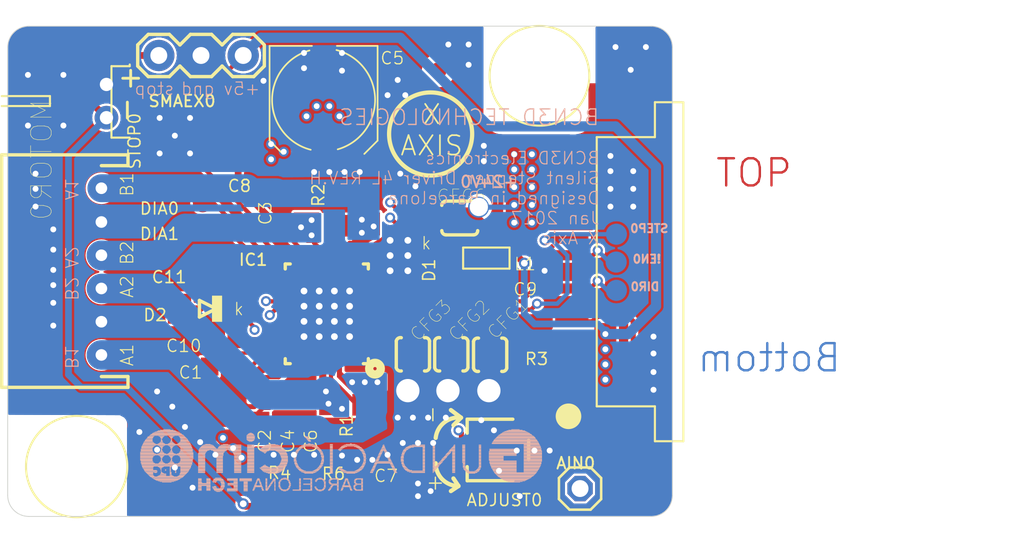
<source format=kicad_pcb>
(kicad_pcb (version 20221018) (generator pcbnew)
  (layers (0 "F.Cu" signal) (1 "In1.Cu" signal) (2 "In2.Cu" signal) (31 "B.Cu" signal) (34 "B.Paste" user) (35 "F.Paste" user) (36 "B.SilkS" user "B.Silkscreen") (37 "F.SilkS" user "F.Silkscreen") (38 "B.Mask" user) (39 "F.Mask" user) (44 "Edge.Cuts" user))
  (net 0 "")
  (net 1 "DIR")
  (net 2 "STEP")
  (net 3 "~{EN}")
  (net 4 "GND")
  (net 5 "+24V")
  (net 6 "A1")
  (net 7 "A2")
  (net 8 "B1")
  (net 9 "B2")
  (net 10 "+5V")
  (net 11 "STOPBF")
  (net 12 "STOP")
  (net 13 "N$1")
  (net 14 "N$2")
  (net 15 "N$3")
  (net 16 "N$4")
  (net 17 "N$6")
  (net 18 "DIAG0")
  (net 19 "DIAG1")
  (net 20 "CFG1")
  (net 21 "CFG2")
  (net 22 "CFG3")
  (net 23 "N$5")
  (net 24 "AIN")
  (net 25 "N$8")
  (net 26 "N$9")
  (net 27 "N$10")
  (net 28 "~{ENJUMP}")
  (footprint "working:JST-6-PTH" (layer "F.Cu") (at 134.1399 106.0376 90)
    (fp_text reference "MOTOR0")
    (fp_text value "")
  )
  (footprint "" (layer "F.Cu") (at 160.5011 93.2536)
    (fp_text reference "@HOLE0" hide)
    (fp_text value "")
  )
  (footprint "working:JST-PH-2-THM-RA" (layer "F.Cu") (at 134.4447 94.76 90)
    (fp_text reference "STOP0")
    (fp_text value "" hide)
  )
  (footprint "working:C0603K" (layer "F.Cu") (at 141.3789 109.0856 180)
    (fp_text reference "C10")
    (fp_text value "470n" hide)
  )
  (footprint "working:PAD-JUMPER-2-NC_BY_TRACE_YES_SILK" (layer "F.Cu") (at 155.7045 101.7958 180)
    (fp_text reference "CFG6")
    (fp_text value "JUMPER-PAD-2-NC_BY_TRACE" hide)
  )
  (footprint "working:C0603K" (layer "F.Cu") (at 146.3319 113.2004 -90)
    (fp_text reference "C6")
    (fp_text value "100n" hide)
  )
  (footprint "working:PAD-JUMPER-2-NO_YES_SILK" (layer "F.Cu") (at 155.1965 110 -90)
    (fp_text reference "CFG2")
    (fp_text value "JUMPER-PAD-2-NOYES_SILK" hide)
  )
  (footprint "working:R0805" (layer "F.Cu") (at 148.3131 101.3132 -90)
    (fp_text reference "R2")
    (fp_text value "0R11" hide)
  )
  (footprint "working:UD-6,3X7,7_NICHICON" (layer "F.Cu") (at 147.5105 94.6892 -90)
    (fp_text reference "C5")
    (fp_text value "100u" hide)
  )
  (footprint "working:C1210" (layer "F.Cu") (at 142.3695 96.4364 90)
    (fp_text reference "C8")
    (fp_text value "4.7u" hide)
  )
  (footprint "working:TE_FFC_CON1MM" (layer "F.Cu") (at 165.2483 105.0292 90)
    (fp_text reference "FFC2")
    (fp_text value "FFC_15V_90G_1MM" hide)
  )
  (footprint "working:R0805" (layer "F.Cu") (at 149.9895 113.9878 90)
    (fp_text reference "R1")
    (fp_text value "0R11" hide)
  )
  (footprint "working:POWERDI323" (layer "F.Cu") (at 154.6377 104.8692 -90)
    (fp_text reference "D1")
    (fp_text value "PD3S160" hide)
  )
  (footprint "" (layer "F.Cu") (at 156.8511 101.1336)
    (fp_text reference "@HOLE2" hide)
    (fp_text value "")
  )
  (footprint "working:MINIMELF" (layer "F.Cu") (at 140.5407 107.2568 180)
    (fp_text reference "D2")
    (fp_text value "")
  )
  (footprint "working:FIDUCIAL_1MM" (layer "F.Cu") (at 130.4315 110.508)
    (fp_text reference "U$3" hide)
    (fp_text value "FIDUCIAL" hide)
  )
  (footprint "working:3223G" (layer "F.Cu") (at 158.0011 115.7536 180)
    (fp_text reference "ADJUST0")
    (fp_text value "20K" hide)
  )
  (footprint "working:C0603K" (layer "F.Cu") (at 144.8625 101.506 90)
    (fp_text reference "C3")
    (fp_text value "100n" hide)
  )
  (footprint "working:C0603K" (layer "F.Cu") (at 141.5313 110.7366 180)
    (fp_text reference "C1")
    (fp_text value "22n" hide)
  )
  (footprint "working:C0805" (layer "F.Cu") (at 141.1503 104.9708 180)
    (fp_text reference "C11")
    (fp_text value "4.7u" hide)
  )
  (footprint "working:TP12R" (layer "F.Cu") (at 140.2359 102.38)
    (fp_text reference "DIA1")
    (fp_text value "PTR1TP12R" hide)
  )
  (footprint "working:R0603" (layer "F.Cu") (at 144.7317 118.128 180)
    (fp_text reference "R4")
    (fp_text value "4.7K" hide)
  )
  (footprint "working:C0603K" (layer "F.Cu") (at 144.9603 113.2004 -90)
    (fp_text reference "C4")
    (fp_text value "100n" hide)
  )
  (footprint "working:R0603" (layer "F.Cu") (at 160.2003 111.9812 -90)
    (fp_text reference "R3")
    (fp_text value "20K" hide)
  )
  (footprint "working:C0603K" (layer "F.Cu") (at 151.1071 118.128)
    (fp_text reference "C7")
    (fp_text value "100n" hide)
  )
  (footprint "working:FIDUCIAL_1MM" (layer "F.Cu") (at 166.1947 118.0772)
    (fp_text reference "U$2" hide)
    (fp_text value "FIDUCIAL" hide)
  )
  (footprint "working:R0603" (layer "F.Cu") (at 147.9829 118.128)
    (fp_text reference "R6")
    (fp_text value "1K" hide)
  )
  (footprint "working:TP12R" (layer "F.Cu") (at 140.2359 100.856)
    (fp_text reference "DIA0")
    (fp_text value "PTR1TP12R" hide)
  )
  (footprint "working:C0603K" (layer "F.Cu") (at 143.5633 113.2004 -90)
    (fp_text reference "C2")
    (fp_text value "100n" hide)
  )
  (footprint "working:TMC_QFN36_0.5_5.0X6.0" (layer "F.Cu") (at 147.7035 107.5616 90)
    (fp_text reference "IC1")
    (fp_text value " TMC2130-LA " hide)
  )
  (footprint "working:1X01" (layer "F.Cu") (at 162.9435 118.0772 90)
    (fp_text reference "AIN0")
    (fp_text value "")
  )
  (footprint "working:PAD-JUMPER-2-NO_YES_SILK" (layer "F.Cu") (at 152.8851 110 -90)
    (fp_text reference "CFG3")
    (fp_text value "JUMPER-PAD-2-NOYES_SILK" hide)
  )
  (footprint "working:C0603K" (layer "F.Cu") (at 157.3047 105.5804)
    (fp_text reference "C9")
    (fp_text value "100n" hide)
  )
  (footprint "working:FIDUCIAL_1MM" (layer "F.Cu") (at 154.4091 92.9312)
    (fp_text reference "U$4" hide)
    (fp_text value "FIDUCIAL" hide)
  )
  (footprint "working:L0603" (layer "F.Cu") (at 157.3047 104.2088)
    (fp_text reference "L1")
    (fp_text value "")
  )
  (footprint "working:1X03" (layer "F.Cu") (at 142.6743 92.0168 180)
    (fp_text reference "SMAEX0")
    (fp_text value "")
  )
  (footprint "" (layer "F.Cu") (at 132.6511 116.7536)
    (fp_text reference "@HOLE1" hide)
    (fp_text value "")
  )
  (footprint "working:PAD-JUMPER-2-NO_YES_SILK" (layer "F.Cu") (at 157.5333 110.0254 -90)
    (fp_text reference "CFG1")
    (fp_text value "JUMPER-PAD-2-NOYES_SILK" hide)
  )
  (footprint "working:FCIM_LOGO" (layer "B.Cu") (at 162.4863 121.8872 180)
    (fp_text reference "U$5" hide)
    (fp_text value "" hide)
  )
  (footprint "working:B1,27" (layer "B.Cu") (at 156.8369 101.1468 -90)
    (fp_text reference "+24V0")
    (fp_text value "TPB1,27" hide)
  )
  (footprint "working:B1,27" (layer "B.Cu") (at 165.1305 102.7724 -90)
    (fp_text reference "STEP0")
    (fp_text value "TPB1,27" hide)
  )
  (footprint "working:B1,27" (layer "B.Cu") (at 165.1315 106.1506 -90)
    (fp_text reference "DIR0")
    (fp_text value "TPB1,27" hide)
  )
  (footprint "working:B1,27" (layer "B.Cu") (at 165.1183 104.4488 -90)
    (fp_text reference "!EN0")
    (fp_text value "TPB1,27" hide)
  )
  (gr_circle (center 132.6511 116.7536) (end 135.6991 116.7536) (stroke (width 0.127)) (fill none) (layer "F.SilkS"))
  (gr_line (start 155.6283 117.9248) (end 155.1711 118.2296) (stroke (width 0.254)) (layer "F.SilkS"))
  (gr_circle (center 153.9519 96.7412) (end 156.4519 96.7412) (stroke (width 0.254)) (fill none) (layer "F.SilkS"))
  (gr_arc (start 155.6283 117.9248) (mid 154.658432 117.523068) (end 154.2567 116.5532) (stroke (width 0.254)) (layer "F.SilkS"))
  (gr_line (start 155.7807 113.81) (end 155.1711 113.3528) (stroke (width 0.254)) (layer "F.SilkS"))
  (gr_line (start 155.7807 113.81) (end 155.3235 114.2672) (stroke (width 0.254)) (layer "F.SilkS"))
  (gr_arc (start 154.2567 115.0292) (mid 154.766195 114.103969) (end 155.7807 113.81) (stroke (width 0.254)) (layer "F.SilkS"))
  (gr_circle (center 160.5011 93.2392) (end 163.5011 93.2392) (stroke (width 0.127)) (fill none) (layer "F.SilkS"))
  (gr_line (start 155.6283 117.9248) (end 155.3235 117.4676) (stroke (width 0.254)) (layer "F.SilkS"))
  (gr_line (start 129.7711 90.2536) (end 167.2311 90.2536) (stroke (width 0.05)) (layer "Edge.Cuts"))
  (gr_line (start 168.5011 91.5236) (end 168.5011 118.4836) (stroke (width 0.05)) (layer "Edge.Cuts"))
  (gr_arc (start 167.2311 90.2536) (mid 168.129126 90.625574) (end 168.5011 91.5236) (stroke (width 0.05)) (layer "Edge.Cuts"))
  (gr_arc (start 128.5011 91.5236) (mid 128.873074 90.625574) (end 129.7711 90.2536) (stroke (width 0.05)) (layer "Edge.Cuts"))
  (gr_line (start 128.5011 118.4836) (end 128.5011 91.5236) (stroke (width 0.05)) (layer "Edge.Cuts"))
  (gr_arc (start 129.7711 119.7536) (mid 128.873074 119.381626) (end 128.5011 118.4836) (stroke (width 0.05)) (layer "Edge.Cuts"))
  (gr_line (start 167.2311 119.7536) (end 129.7711 119.7536) (stroke (width 0.05)) (layer "Edge.Cuts"))
  (gr_arc (start 168.5011 118.4836) (mid 168.129126 119.381626) (end 167.2311 119.7536) (stroke (width 0.05)) (layer "Edge.Cuts"))
  (gr_text "TOP" (at 171.0207 100.0432) (layer "F.Cu") (effects (font (size 1.63576 1.63576) (thickness 0.14224)) (justify left bottom)))
  (gr_text "Bottom" (at 178.7423 111.1684) (layer "B.Cu") (effects (font (size 1.63576 1.63576) (thickness 0.14224)) (justify left bottom mirror)))
  (gr_text "stop" (at 138.5595 94.4552) (layer "B.SilkS") (effects (font (size 0.747776 0.747776) (thickness 0.065024)) (justify left bottom mirror)))
  (gr_text "B1" (at 132.7683 109.3904 -90) (layer "B.SilkS") (effects (font (size 0.747776 0.747776) (thickness 0.065024)) (justify right top mirror)))
  (gr_text "A1" (at 132.7683 99.332 -90) (layer "B.SilkS") (effects (font (size 0.747776 0.747776) (thickness 0.065024)) (justify right top mirror)))
  (gr_text "BCN3D TECHNOLOGIES" (at 164.1627 96.284) (layer "B.SilkS") (effects (font (size 0.93472 0.93472) (thickness 0.08128)) (justify left bottom mirror)))
  (gr_text "gnd" (at 140.9979 94.4552) (layer "B.SilkS") (effects (font (size 0.747776 0.747776) (thickness 0.065024)) (justify left bottom mirror)))
  (gr_text "+5v" (at 143.7411 94.4552) (layer "B.SilkS") (effects (font (size 0.747776 0.747776) (thickness 0.065024)) (justify left bottom mirror)))
  (gr_text "B2" (at 132.7683 105.2756 -90) (layer "B.SilkS") (effects (font (size 0.747776 0.747776) (thickness 0.065024)) (justify right top mirror)))
  (gr_text "BCN3D Electronics \nSilent Stepper Driver 4L REV.H\nDesigned in Barcelona \nJan 2017\nX Axis\n" (at 164.1627 103.4468) (layer "B.SilkS") (effects (font (size 0.747776 0.747776) (thickness 0.065024)) (justify left bottom mirror)))
  (gr_text "A2" (at 132.7683 103.4468 -90) (layer "B.SilkS") (effects (font (size 0.747776 0.747776) (thickness 0.065024)) (justify right top mirror)))
  (gr_text "B2" (at 136.1211 104.666 90) (layer "F.SilkS") (effects (font (size 0.747776 0.747776) (thickness 0.065024)) (justify left bottom)))
  (gr_text "k" (at 153.3423 103.7516) (layer "F.SilkS") (effects (font (size 0.747776 0.747776) (thickness 0.065024)) (justify left bottom)))
  (gr_text "A1" (at 136.1211 110.762 90) (layer "F.SilkS") (effects (font (size 0.747776 0.747776) (thickness 0.065024)) (justify left bottom)))
  (gr_text "-" (at 154.5615 114.2672 90) (layer "F.SilkS") (effects (font (size 0.93472 0.93472) (thickness 0.08128)) (justify left bottom)))
  (gr_text "k" (at 142.0647 107.714) (layer "F.SilkS") (effects (font (size 0.747776 0.747776) (thickness 0.065024)) (justify left bottom)))
  (gr_text "A2" (at 136.1211 106.6472 90) (layer "F.SilkS") (effects (font (size 0.747776 0.747776) (thickness 0.065024)) (justify left bottom)))
  (gr_text "X\nAXIS" (at 154.0121 96.5032) (layer "F.SilkS") (effects (font (size 1.1684 1.1684) (thickness 0.1016))))
  (gr_text "+" (at 154.7139 118.382 90) (layer "F.SilkS") (effects (font (size 0.93472 0.93472) (thickness 0.08128)) (justify left bottom)))
  (gr_text "B1" (at 136.1211 100.5512 90) (layer "F.SilkS") (effects (font (size 0.747776 0.747776) (thickness 0.065024)) (justify left bottom)))
  (segment (start 160.1987 106.0392) (end 162.4483 106.0392) (width 0.254) (layer "F.Cu") (net 1))
  (segment (start 162.4483 106.0392) (end 163.5515 106.0392) (width 0.254) (layer "F.Cu") (net 1))
  (segment (start 150.1535 106.8116) (end 159.4263 106.8116) (width 0.254) (layer "F.Cu") (net 1))
  (segment (start 159.4263 106.8116) (end 160.1987 106.0392) (width 0.254) (layer "F.Cu") (net 1))
  (segment (start 163.5515 106.0392) (end 164.0103 105.5804) (width 0.254) (layer "F.Cu") (net 1))
  (via (at 164.0103 105.5804) (size 0.6056) (drill 0.3556) (layers "F.Cu" "B.Cu") (net 1))
  (segment (start 164.0103 105.5804) (end 164.5805 106.1506) (width 0.254) (layer "B.Cu") (net 1))
  (segment (start 164.5805 106.1506) (end 165.1315 106.1506) (width 0.254) (layer "B.Cu") (net 1))
  (segment (start 162.4483 103.0392) (end 160.9127 103.0392) (width 0.254) (layer "F.Cu") (net 2))
  (segment (start 160.9127 103.0392) (end 160.8099 103.142) (width 0.254) (layer "F.Cu") (net 2))
  (segment (start 159.9931 107.3116) (end 160.3527 106.952) (width 0.254) (layer "F.Cu") (net 2))
  (segment (start 150.1535 107.3116) (end 159.9931 107.3116) (width 0.254) (layer "F.Cu") (net 2))
  (via (at 160.8099 103.142) (size 0.6056) (drill 0.3556) (layers "F.Cu" "B.Cu") (net 2))
  (via (at 160.3527 106.952) (size 0.600518) (drill 0.350518) (layers "F.Cu" "B.Cu") (net 2))
  (segment (start 161.1795 102.7724) (end 165.1305 102.7724) (width 0.254) (layer "B.Cu") (net 2))
  (segment (start 161.5719 106.952) (end 160.3527 106.952) (width 0.254) (layer "B.Cu") (net 2))
  (segment (start 160.8099 103.142) (end 161.1795 102.7724) (width 0.254) (layer "B.Cu") (net 2))
  (segment (start 162.1815 104.0564) (end 161.2671 103.142) (width 0.254) (layer "B.Cu") (net 2))
  (segment (start 162.1815 106.3424) (end 161.5719 106.952) (width 0.254) (layer "B.Cu") (net 2))
  (segment (start 161.2671 103.142) (end 160.8099 103.142) (width 0.254) (layer "B.Cu") (net 2))
  (segment (start 162.1815 104.0564) (end 162.1815 106.3424) (width 0.254) (layer "B.Cu") (net 2))
  (segment (start 162.4311 104.0564) (end 162.4483 104.0392) (width 0.3556) (layer "F.Cu") (net 3))
  (segment (start 163.7055 104.0564) (end 164.0103 103.7516) (width 0.254) (layer "F.Cu") (net 3))
  (segment (start 158.2191 103.142) (end 156.8729 101.7958) (width 0.3048) (layer "F.Cu") (net 3))
  (segment (start 162.4655 104.0564) (end 163.7055 104.0564) (width 0.254) (layer "F.Cu") (net 3))
  (segment (start 160.3527 104.0564) (end 159.2859 103.142) (width 0.3048) (layer "F.Cu") (net 3))
  (segment (start 162.4311 104.0564) (end 160.3527 104.0564) (width 0.3048) (layer "F.Cu") (net 3))
  (segment (start 156.8729 101.7958) (end 156.2125 101.7958) (width 0.3048) (layer "F.Cu") (net 3))
  (segment (start 159.2859 103.142) (end 158.2191 103.142) (width 0.3048) (layer "F.Cu") (net 3))
  (segment (start 162.4655 104.0564) (end 162.4483 104.0392) (width 0.3556) (layer "F.Cu") (net 3))
  (via (at 164.0103 103.7516) (size 0.6056) (drill 0.3556) (layers "F.Cu" "B.Cu") (net 3))
  (segment (start 164.7075 104.4488) (end 165.1183 104.4488) (width 0.254) (layer "B.Cu") (net 3))
  (segment (start 164.0103 103.7516) (end 164.7075 104.4488) (width 0.254) (layer "B.Cu") (net 3))
  (segment (start 145.9535 104.6116) (end 145.9535 105.202) (width 0.254) (layer "F.Cu") (net 4))
  (segment (start 149.2823 107.8116) (end 149.0751 108.0188) (width 0.254) (layer "F.Cu") (net 4))
  (segment (start 146.1795 105.428) (end 146.1795 106.0376) (width 0.254) (layer "F.Cu") (net 4))
  (segment (start 150.1535 107.8116) (end 149.2823 107.8116) (width 0.254) (layer "F.Cu") (net 4))
  (segment (start 146.1795 106.0376) (end 146.3319 106.19) (width 0.254) (layer "F.Cu") (net 4))
  (segment (start 149.4535 109.3116) (end 149.0751 108.9332) (width 0.254) (layer "F.Cu") (net 4))
  (segment (start 148.9535 110.5116) (end 149.4535 110.5116) (width 0.254) (layer "F.Cu") (net 4))
  (segment (start 146.1247 107.8116) (end 146.3319 108.0188) (width 0.254) (layer "F.Cu") (net 4))
  (segment (start 145.9535 105.202) (end 146.1795 105.428) (width 0.254) (layer "F.Cu") (net 4))
  (segment (start 149.4535 110.5116) (end 149.4535 109.3116) (width 0.254) (layer "F.Cu") (net 4))
  (segment (start 145.2535 107.8116) (end 146.1247 107.8116) (width 0.254) (layer "F.Cu") (net 4))
  (via (at 149.6847 99.0272) (size 0.6056) (drill 0.3556) (layers "F.Cu" "B.Cu") (net 4))
  (via (at 148.1607 108.9332) (size 0.6564) (drill 0.4064) (layers "F.Cu" "B.Cu") (net 4))
  (via (at 148.1607 107.1044) (size 0.6564) (drill 0.4064) (layers "F.Cu" "B.Cu") (net 4))
  (via (at 151.5135 104.0564) (size 0.6564) (drill 0.4064) (layers "F.Cu" "B.Cu") (net 4))
  (via (at 159.1335 115.7912) (size 0.6056) (drill 0.3556) (layers "F.Cu" "B.Cu") (net 4))
  (via (at 152.5803 104.9708) (size 0.6564) (drill 0.4064) (layers "F.Cu" "B.Cu") (net 4))
  (via (at 131.2443 105.8344) (size 0.6056) (drill 0.3556) (layers "F.Cu" "B.Cu") (net 4))
  (via (at 138.4071 113.1496) (size 0.6056) (drill 0.3556) (layers "F.Cu" "B.Cu") (net 4))
  (via (at 154.1043 115.334) (size 0.6056) (drill 0.3556) (layers "F.Cu" "B.Cu") (net 4))
  (via (at 152.5803 112.1844) (size 1.4224) (drill 1.4) (layers "F.Cu" "B.Cu") (net 4))
  (via (at 157.1523 98.3668) (size 0.6056) (drill 0.3556) (layers "F.Cu" "B.Cu") (net 4))
  (via (at 146.3319 91.8644) (size 0.6056) (drill 0.3556) (layers "F.Cu" "B.Cu") (net 4))
  (via (at 160.8099 104.9708) (size 0.6056) (drill 0.3556) (layers "F.Cu" "B.Cu") (net 4))
  (via (at 147.8559 99.0272) (size 0.6056) (drill 0.3556) (layers "F.Cu" "B.Cu") (net 4))
  (via (at 146.9415 99.0272) (size 0.6056) (drill 0.3556) (layers "F.Cu" "B.Cu") (net 4))
  (via (at 152.2755 115.334) (size 0.6056) (drill 0.3556) (layers "F.Cu" "B.Cu") (net 4))
  (via (at 151.9707 113.81) (size 0.6056) (drill 0.3556) (layers "F.Cu" "B.Cu") (net 4))
  (via (at 149.5323 116.35) (size 0.6056) (drill 0.3556) (layers "F.Cu" "B.Cu") (net 4))
  (via (at 159.3113 118.5344) (size 0.6056) (drill 0.3556) (layers "F.Cu" "B.Cu") (net 4))
  (via (at 152.4279 94.4044) (size 0.6056) (drill 0.3556) (layers "F.Cu" "B.Cu") (net 4))
  (via (at 155.0187 91.3564) (size 0.6056) (drill 0.3556) (layers "F.Cu" "B.Cu") (net 4))
  (via (at 149.0751 107.1044) (size 0.6564) (drill 0.4064) (layers "F.Cu" "B.Cu") (net 4))
  (via (at 153.1899 118.5344) (size 0.600518) (drill 0.350518) (layers "F.Cu" "B.Cu") (net 4))
  (via (at 131.2443 106.9012) (size 0.6056) (drill 0.3556) (layers "F.Cu" "B.Cu") (net 4))
  (via (at 151.5135 104.9708) (size 0.6564) (drill 0.4064) (layers "F.Cu" "B.Cu") (net 4))
  (via (at 161.1147 115.7912) (size 0.6056) (drill 0.3556) (layers "F.Cu" "B.Cu") (net 4))
  (via (at 137.4927 112.2352) (size 0.6056) (drill 0.3556) (layers "F.Cu" "B.Cu") (net 4))
  (via (at 129.7203 96.2332) (size 0.6056) (drill 0.3556) (layers "F.Cu" "B.Cu") (net 4))
  (via (at 153.7995 113.81) (size 0.6056) (drill 0.3556) (layers "F.Cu" "B.Cu") (net 4))
  (via (at 140.9979 116.0452) (size 0.6056) (drill 0.3556) (layers "F.Cu" "B.Cu") (net 4))
  (via (at 154.9933 112.1844) (size 1.4224) (drill 1.4) (layers "F.Cu" "B.Cu") (net 4))
  (via (at 149.0751 108.9332) (size 0.6564) (drill 0.4064) (layers "F.Cu" "B.Cu") (net 4))
  (via (at 147.2463 108.0188) (size 0.6564) (drill 0.4064) (layers "F.Cu" "B.Cu") (net 4))
  (via (at 156.9999 113.9624) (size 0.6056) (drill 0.3556) (layers "F.Cu" "B.Cu") (net 4))
  (via (at 146.9415 116.0452) (size 0.6056) (drill 0.3556) (layers "F.Cu" "B.Cu") (net 4))
  (via (at 149.0751 106.19) (size 0.6564) (drill 0.4064) (layers "F.Cu" "B.Cu") (net 4))
  (via (at 148.6179 92.9312) (size 0.6056) (drill 0.3556) (layers "F.Cu" "B.Cu") (net 4))
  (via (at 147.2463 107.1044) (size 0.6564) (drill 0.4064) (layers "F.Cu" "B.Cu") (net 4))
  (via (at 151.3611 116.0452) (size 0.6056) (drill 0.3556) (layers "F.Cu" "B.Cu") (net 4))
  (via (at 164.7723 101.11) (size 0.6056) (drill 0.3556) (layers "F.Cu" "B.Cu") (net 4))
  (via (at 167.3631 112.1336) (size 0.6056) (drill 0.3556) (layers "F.Cu" "B.Cu") (net 4))
  (via (at 153.9519 118.2296) (size 0.600518) (drill 0.350518) (layers "F.Cu" "B.Cu") (net 4))
  (via (at 144.5031 116.0452) (size 0.6056) (drill 0.3556) (layers "F.Cu" "B.Cu") (net 4))
  (via (at 151.3611 94.4044) (size 0.6056) (drill 0.3556) (layers "F.Cu" "B.Cu") (net 4))
  (via (at 164.7723 98.062) (size 0.6056) (drill 0.3556) (layers "F.Cu" "B.Cu") (net 4))
  (via (at 156.2379 91.3564) (size 0.6056) (drill 0.3556) (layers "F.Cu" "B.Cu") (net 4))
  (via (at 131.8539 93.1852) (size 0.6056) (drill 0.3556) (layers "F.Cu" "B.Cu") (net 4))
  (via (at 167.3631 109.9492) (size 0.6056) (drill 0.3556) (layers "F.Cu" "B.Cu") (net 4))
  (via (at 139.6263 118.0264) (size 0.6056) (drill 0.3556) (layers "F.Cu" "B.Cu") (net 4))
  (via (at 146.3319 92.7788) (size 0.6056) (drill 0.3556) (layers "F.Cu" "B.Cu") (net 4))
  (via (at 152.5803 103.142) (size 0.6564) (drill 0.4064) (layers "F.Cu" "B.Cu") (net 4))
  (via (at 131.8539 96.2332) (size 0.6056) (drill 0.3556) (layers "F.Cu" "B.Cu") (net 4))
  (via (at 143.8935 93.5408) (size 0.6056) (drill 0.3556) (layers "F.Cu" "B.Cu") (net 4))
  (via (at 148.7703 99.0272) (size 0.6056) (drill 0.3556) (layers "F.Cu" "B.Cu") (net 4))
  (via (at 138.5595 96.8428) (size 0.6056) (drill 0.3556) (layers "F.Cu" "B.Cu") (net 4))
  (via (at 167.3631 111.0668) (size 0.6056) (drill 0.3556) (layers "F.Cu" "B.Cu") (net 4))
  (via (at 148.1607 106.19) (size 0.6564) (drill 0.4064) (layers "F.Cu" "B.Cu") (net 4))
  (via (at 148.1607 108.0188) (size 0.6564) (drill 0.4064) (layers "F.Cu" "B.Cu") (net 4))
  (via (at 130.1775 100.0432) (size 0.6056) (drill 0.3556) (layers "F.Cu" "B.Cu") (net 4))
  (via (at 157.1523 97.4524) (size 0.6056) (drill 0.3556) (layers "F.Cu" "B.Cu") (net 4))
  (via (at 153.1899 115.334) (size 0.6056) (drill 0.3556) (layers "F.Cu" "B.Cu") (net 4))
  (via (at 165.9915 92.8804) (size 0.6056) (drill 0.3556) (layers "F.Cu" "B.Cu") (net 4))
  (via (at 139.1691 114.3688) (size 0.6056) (drill 0.3556) (layers "F.Cu" "B.Cu") (net 4))
  (via (at 164.7723 98.9764) (size 0.6056) (drill 0.3556) (layers "F.Cu" "B.Cu") (net 4))
  (via (at 166.9059 91.5088) (size 0.6056) (drill 0.3556) (layers "F.Cu" "B.Cu") (net 4))
  (via (at 148.6179 116.096) (size 0.6056) (drill 0.3556) (layers "F.Cu" "B.Cu") (net 4))
  (via (at 146.3319 107.1044) (size 0.6564) (drill 0.4064) (layers "F.Cu" "B.Cu") (net 4))
  (via (at 131.2443 104.92) (size 0.6056) (drill 0.3556) (layers "F.Cu" "B.Cu") (net 4))
  (via (at 164.7723 100.0432) (size 0.6056) (drill 0.3556) (layers "F.Cu" "B.Cu") (net 4))
  (via (at 151.9707 93.49) (size 0.6056) (drill 0.3556) (layers "F.Cu" "B.Cu") (net 4))
  (via (at 146.3319 106.19) (size 0.6564) (drill 0.4064) (layers "F.Cu" "B.Cu") (net 4))
  (via (at 158.0667 117.0104) (size 0.6056) (drill 0.3556) (layers "F.Cu" "B.Cu") (net 4))
  (via (at 167.3631 108.9332) (size 0.6056) (drill 0.3556) (layers "F.Cu" "B.Cu") (net 4))
  (via (at 166.1439 100.0432) (size 0.6056) (drill 0.3556) (layers "F.Cu" "B.Cu") (net 4))
  (via (at 131.2443 108.2728) (size 0.6056) (drill 0.3556) (layers "F.Cu" "B.Cu") (net 4))
  (via (at 140.0835 115.2832) (size 0.6056) (drill 0.3556) (layers "F.Cu" "B.Cu") (net 4))
  (via (at 154.8663 113.81) (size 0.6056) (drill 0.3556) (layers "F.Cu" "B.Cu") (net 4))
  (via (at 146.3319 108.9332) (size 0.6564) (drill 0.4064) (layers "F.Cu" "B.Cu") (net 4))
  (via (at 138.5595 116.8072) (size 0.6056) (drill 0.3556) (layers "F.Cu" "B.Cu") (net 4))
  (via (at 146.3319 108.0188) (size 0.6564) (drill 0.4064) (layers "F.Cu" "B.Cu") (net 4))
  (via (at 145.7223 116.0452) (size 0.6056) (drill 0.3556) (layers "F.Cu" "B.Cu") (net 4))
  (via (at 130.1775 99.1288) (size 0.6056) (drill 0.3556) (layers "F.Cu" "B.Cu") (net 4))
  (via (at 148.6179 91.8644) (size 0.6056) (drill 0.3556) (layers "F.Cu" "B.Cu") (net 4))
  (via (at 149.0751 108.0188) (size 0.6564) (drill 0.4064) (layers "F.Cu" "B.Cu") (net 4))
  (via (at 137.6451 97.9096) (size 0.6056) (drill 0.3556) (layers "F.Cu" "B.Cu") (net 4))
  (via (at 152.1231 99.1288) (size 0.6056) (drill 0.3556) (layers "F.Cu" "B.Cu") (net 4))
  (via (at 129.7203 93.1852) (size 0.6056) (drill 0.3556) (layers "F.Cu" "B.Cu") (net 4))
  (via (at 139.4739 97.9096) (size 0.6056) (drill 0.3556) (layers "F.Cu" "B.Cu") (net 4))
  (via (at 139.4739 95.776) (size 0.6056) (drill 0.3556) (layers "F.Cu" "B.Cu") (net 4))
  (via (at 151.5135 103.142) (size 0.6564) (drill 0.4064) (layers "F.Cu" "B.Cu") (net 4))
  (via (at 152.5803 104.0564) (size 0.6564) (drill 0.4064) (layers "F.Cu" "B.Cu") (net 4))
  (via (at 157.7619 114.572) (size 0.6056) (drill 0.3556) (layers "F.Cu" "B.Cu") (net 4))
  (via (at 137.4927 115.7404) (size 0.6056) (drill 0.3556) (layers "F.Cu" "B.Cu") (net 4))
  (via (at 160.2003 115.7912) (size 0.6056) (drill 0.3556) (layers "F.Cu" "B.Cu") (net 4))
  (via (at 136.4259 114.6736) (size 0.6056) (drill 0.3556) (layers "F.Cu" "B.Cu") (net 4))
  (via (at 131.2443 103.7008) (size 0.6056) (drill 0.3556) (layers "F.Cu" "B.Cu") (net 4))
  (via (at 152.8851 113.81) (size 0.6056) (drill 0.3556) (layers "F.Cu" "B.Cu") (net 4))
  (via (at 166.1439 101.11) (size 0.6056) (drill 0.3556) (layers "F.Cu" "B.Cu") (net 4))
  (via (at 153.0375 99.8908) (size 0.6056) (drill 0.3556) (layers "F.Cu" "B.Cu") (net 4))
  (via (at 150.4467 116.35) (size 0.6056) (drill 0.3556) (layers "F.Cu" "B.Cu") (net 4))
  (via (at 153.1899 117.7724) (size 0.600518) (drill 0.350518) (layers "F.Cu" "B.Cu") (net 4))
  (via (at 147.2463 106.19) (size 0.6564) (drill 0.4064) (layers "F.Cu" "B.Cu") (net 4))
  (via (at 147.2463 108.9332) (size 0.6564) (drill 0.4064) (layers "F.Cu" "B.Cu") (net 4))
  (via (at 157.4571 112.1844) (size 1.4224) (drill 1.4) (layers "F.Cu" "B.Cu") (net 4))
  (via (at 137.6451 95.776) (size 0.6056) (drill 0.3556) (layers "F.Cu" "B.Cu") (net 4))
  (via (at 166.1439 98.9764) (size 0.6056) (drill 0.3556) (layers "F.Cu" "B.Cu") (net 4))
  (via (at 131.2443 102.4816) (size 0.6056) (drill 0.3556) (layers "F.Cu" "B.Cu") (net 4))
  (via (at 130.1775 101.11) (size 0.6056) (drill 0.3556) (layers "F.Cu" "B.Cu") (net 4))
  (via (at 156.2379 92.5756) (size 0.6056) (drill 0.3556) (layers "F.Cu" "B.Cu") (net 4))
  (via (at 165.0771 91.5088) (size 0.6056) (drill 0.3556) (layers "F.Cu" "B.Cu") (net 4))
  (segment (start 143.5887 114.05) (end 143.5633 114.0754) (width 0.254) (layer "F.Cu") (net 5))
  (segment (start 146.7891 103.904) (end 146.6367 103.904) (width 0.254) (layer "F.Cu") (net 5))
  (segment (start 146.9535 104.0684) (end 146.7891 103.904) (width 0.254) (layer "F.Cu") (net 5))
  (segment (start 146.6367 103.904) (end 146.3319 103.5992) (width 0.254) (layer "F.Cu") (net 5))
  (segment (start 146.3319 103.5992) (end 146.0807 103.5992) (width 0.254) (layer "F.Cu") (net 5))
  (segment (start 143.5887 113.5052) (end 143.5887 114.05) (width 0.254) (layer "F.Cu") (net 5))
  (segment (start 145.1127 112.173) (end 144.9603 112.3254) (width 0.254) (layer "F.Cu") (net 5))
  (segment (start 146.9535 111.7038) (end 146.3319 112.3254) (width 0.254) (layer "F.Cu") (net 5))
  (segment (start 142.3695 99.888) (end 142.3695 97.8364) (width 0.4064) (layer "F.Cu") (net 5))
  (segment (start 144.9603 112.5146) (end 144.2491 113.2258) (width 0.254) (layer "F.Cu") (net 5))
  (segment (start 146.0807 103.5992) (end 144.8625 102.381) (width 0.254) (layer "F.Cu") (net 5))
  (segment (start 144.2491 113.2258) (end 143.8681 113.2258) (width 0.254) (layer "F.Cu") (net 5))
  (segment (start 146.4535 110.5116) (end 146.4535 111.0976) (width 0.254) (layer "F.Cu") (net 5))
  (segment (start 146.1795 111.3716) (end 145.5699 111.3716) (width 0.254) (layer "F.Cu") (net 5))
  (segment (start 143.8681 113.2258) (end 143.5887 113.5052) (width 0.254) (layer "F.Cu") (net 5))
  (segment (start 146.4535 111.0976) (end 146.1795 111.3716) (width 0.254) (layer "F.Cu") (net 5))
  (segment (start 146.9535 110.5116) (end 146.9535 111.7038) (width 0.254) (layer "F.Cu") (net 5))
  (segment (start 144.8625 102.381) (end 142.3695 99.888) (width 0.4064) (layer "F.Cu") (net 5))
  (segment (start 145.5699 111.3716) (end 145.1127 111.8288) (width 0.254) (layer "F.Cu") (net 5))
  (segment (start 145.1127 111.8288) (end 145.1127 112.173) (width 0.254) (layer "F.Cu") (net 5))
  (segment (start 146.9535 104.6116) (end 146.9535 104.0684) (width 0.254) (layer "F.Cu") (net 5))
  (segment (start 144.9603 112.3254) (end 144.9603 112.5146) (width 0.254) (layer "F.Cu") (net 5))
  (via (at 145.1127 97.808) (size 0.600518) (drill 0.350518) (layers "F.Cu" "B.Cu") (net 5))
  (via (at 160.0479 102.0752) (size 0.6056) (drill 0.3556) (layers "F.Cu" "B.Cu") (net 5))
  (via (at 147.8559 95.0648) (size 0.600518) (drill 0.350518) (layers "F.Cu" "B.Cu") (net 5))
  (via (at 144.3507 98.2652) (size 0.600518) (drill 0.350518) (layers "F.Cu" "B.Cu") (net 5))
  (via (at 158.9811 97.9604) (size 0.4064) (drill 0.3556) (layers "F.Cu" "B.Cu") (net 5))
  (via (at 158.9811 102.0752) (size 0.6056) (drill 0.3556) (layers "F.Cu" "B.Cu") (net 5))
  (via (at 160.0479 97.9604) (size 0.6056) (drill 0.3556) (layers "F.Cu" "B.Cu") (net 5))
  (via (at 142.0647 115.6388) (size 0.600518) (drill 0.350518) (layers "F.Cu" "B.Cu") (net 5))
  (via (at 147.0939 95.0648) (size 0.600518) (drill 0.350518) (layers "F.Cu" "B.Cu") (net 5))
  (via (at 141.4551 115.0292) (size 0.600518) (drill 0.350518) (layers "F.Cu" "B.Cu") (net 5))
  (via (at 160.0479 101.0084) (size 0.6056) (drill 0.3556) (layers "F.Cu" "B.Cu") (net 5))
  (via (at 146.4843 95.6744) (size 0.600518) (drill 0.350518) (layers "F.Cu" "B.Cu") (net 5))
  (via (at 142.5727 116.223) (size 0.600518) (drill 0.350518) (layers "F.Cu" "B.Cu") (net 5))
  (via (at 158.9811 99.9416) (size 0.6056) (drill 0.3556) (layers "F.Cu" "B.Cu") (net 5))
  (via (at 160.0479 99.9416) (size 0.6056) (drill 0.3556) (layers "F.Cu" "B.Cu") (net 5))
  (via (at 158.9811 98.8748) (size 0.6056) (drill 0.3556) (layers "F.Cu" "B.Cu") (net 5))
  (via (at 148.4655 95.6744) (size 0.600518) (drill 0.350518) (layers "F.Cu" "B.Cu") (net 5))
  (via (at 158.9811 101.0084) (size 0.6056) (drill 0.3556) (layers "F.Cu" "B.Cu") (net 5))
  (via (at 144.3507 97.3508) (size 0.600518) (drill 0.350518) (layers "F.Cu" "B.Cu") (net 5))
  (via (at 160.0479 98.8748) (size 0.6056) (drill 0.3556) (layers "F.Cu" "B.Cu") (net 5))
  (segment (start 156.8369 101.1468) (end 158.8427 101.1468) (width 0.3048) (layer "B.Cu") (net 5))
  (segment (start 158.8427 101.1468) (end 158.9811 101.0084) (width 0.3048) (layer "B.Cu") (net 5))
  (via (at 149.9895 111.6764) (size 0.600518) (drill 0.350518) (layers "F.Cu" "B.Cu") (net 6))
  (via (at 150.7515 111.6764) (size 0.600518) (drill 0.350518) (layers "F.Cu" "B.Cu") (net 6))
  (via (at 149.2275 111.6764) (size 0.600518) (drill 0.350518) (layers "F.Cu" "B.Cu") (net 6))
  (segment (start 143.1315 114.572) (end 147.0939 114.572) (width 1.778) (layer "B.Cu") (net 6))
  (segment (start 134.1399 110.0376) (end 138.5971 110.0376) (width 1.778) (layer "B.Cu") (net 6))
  (segment (start 138.5971 110.0376) (end 143.1315 114.572) (width 1.778) (layer "B.Cu") (net 6))
  (via (at 147.8051 112.9718) (size 0.600518) (drill 0.350518) (layers "F.Cu" "B.Cu") (net 7))
  (via (at 148.6179 113.2766) (size 0.600518) (drill 0.350518) (layers "F.Cu" "B.Cu") (net 7))
  (via (at 147.6527 112.2352) (size 0.600518) (drill 0.350518) (layers "F.Cu" "B.Cu") (net 7))
  (segment (start 143.8935 112.4384) (end 147.4495 112.4384) (width 1.778) (layer "B.Cu") (net 7))
  (segment (start 134.1399 106.0376) (end 137.4927 106.0376) (width 1.778) (layer "B.Cu") (net 7))
  (segment (start 147.4495 112.4384) (end 147.6527 112.2352) (width 1.778) (layer "B.Cu") (net 7))
  (segment (start 137.4927 106.0376) (end 143.8935 112.4384) (width 1.778) (layer "B.Cu") (net 7))
  (segment (start 149.0751 103.2944) (end 149.5323 103.2944) (width 0.254) (layer "F.Cu") (net 8))
  (segment (start 148.4535 103.916) (end 149.0751 103.2944) (width 0.254) (layer "F.Cu") (net 8))
  (segment (start 148.4535 104.6116) (end 148.4535 103.916) (width 0.254) (layer "F.Cu") (net 8))
  (via (at 150.5229 102.3038) (size 0.600518) (drill 0.350518) (layers "F.Cu" "B.Cu") (net 8))
  (via (at 149.8117 101.8974) (size 0.600518) (drill 0.350518) (layers "F.Cu" "B.Cu") (net 8))
  (via (at 149.8117 102.6848) (size 0.600518) (drill 0.350518) (layers "F.Cu" "B.Cu") (net 8))
  (segment (start 142.8907 100.0056) (end 143.1315 100.2464) (width 1.6764) (layer "B.Cu") (net 8))
  (segment (start 143.1315 100.2464) (end 144.6555 100.2464) (width 1.6764) (layer "B.Cu") (net 8))
  (segment (start 134.1399 100.0056) (end 142.8907 100.0056) (width 1.6764) (layer "B.Cu") (net 8))
  (segment (start 146.9415 103.2944) (end 146.9415 102.9896) (width 0.254) (layer "F.Cu") (net 9))
  (segment (start 147.4535 103.8064) (end 146.9415 103.2944) (width 0.254) (layer "F.Cu") (net 9))
  (segment (start 146.9415 102.9896) (end 146.7891 102.8372) (width 0.254) (layer "F.Cu") (net 9))
  (segment (start 147.4535 104.6116) (end 147.4535 103.8064) (width 0.254) (layer "F.Cu") (net 9))
  (via (at 146.7891 101.9228) (size 0.600518) (drill 0.350518) (layers "F.Cu" "B.Cu") (net 9))
  (via (at 146.7891 102.8372) (size 0.600518) (drill 0.350518) (layers "F.Cu" "B.Cu") (net 9))
  (via (at 146.1541 102.3546) (size 0.600518) (drill 0.350518) (layers "F.Cu" "B.Cu") (net 9))
  (segment (start 139.1691 102.38) (end 143.8935 102.38) (width 1.6764) (layer "B.Cu") (net 9))
  (segment (start 139.0421 102.507) (end 137.6451 104.0564) (width 1.778) (layer "B.Cu") (net 9))
  (segment (start 134.1587 104.0564) (end 134.1399 104.0376) (width 1.778) (layer "B.Cu") (net 9))
  (segment (start 137.6451 104.0564) (end 134.1587 104.0564) (width 1.778) (layer "B.Cu") (net 9))
  (segment (start 139.0421 102.507) (end 139.1691 102.38) (width 1.6764) (layer "B.Cu") (net 9))
  (segment (start 162.4483 111.0392) (end 162.4207 111.0668) (width 0.3048) (layer "F.Cu") (net 10))
  (segment (start 145.2535 104.502) (end 145.2535 105.3116) (width 0.254) (layer "F.Cu") (net 10))
  (segment (start 158.8287 115.0292) (end 158.8287 113.2004) (width 0.3048) (layer "F.Cu") (net 10))
  (segment (start 160.2923 111.0392) (end 160.2003 111.1312) (width 0.4064) (layer "F.Cu") (net 10))
  (segment (start 158.8287 113.2004) (end 159.1335 112.8956) (width 0.3048) (layer "F.Cu") (net 10))
  (segment (start 159.1335 112.8956) (end 159.1335 111.8288) (width 0.3048) (layer "F.Cu") (net 10))
  (segment (start 143.8935 102.38) (end 140.3883 98.8748) (width 0.254) (layer "F.Cu") (net 10))
  (segment (start 159.1335 111.8288) (end 159.9231 111.0392) (width 0.3048) (layer "F.Cu") (net 10))
  (segment (start 159.5907 104.5136) (end 159.2859 104.2088) (width 0.4064) (layer "F.Cu") (net 10))
  (segment (start 143.8817 118.128) (end 144.9993 117.0104) (width 0.3048) (layer "F.Cu") (net 10))
  (segment (start 144.9993 117.0104) (end 156.8475 117.0104) (width 0.3048) (layer "F.Cu") (net 10))
  (segment (start 160.8099 111.0392) (end 160.2923 111.0392) (width 0.4064) (layer "F.Cu") (net 10))
  (segment (start 162.4483 111.0392) (end 160.8099 111.0392) (width 0.4064) (layer "F.Cu") (net 10))
  (segment (start 159.9231 111.0392) (end 160.8099 111.0392) (width 0.3048) (layer "F.Cu") (net 10))
  (segment (start 140.3883 93.8456) (end 140.6931 93.5408) (width 0.254) (layer "F.Cu") (net 10))
  (segment (start 140.3883 93.8456) (end 140.3883 98.8748) (width 0.254) (layer "F.Cu") (net 10))
  (segment (start 141.1503 93.5408) (end 142.6743 92.0168) (width 0.254) (layer "F.Cu") (net 10))
  (segment (start 143.8935 103.142) (end 145.2535 104.502) (width 0.254) (layer "F.Cu") (net 10))
  (segment (start 140.6931 93.5408) (end 141.1503 93.5408) (width 0.254) (layer "F.Cu") (net 10))
  (segment (start 143.8935 102.38) (end 143.8935 103.142) (width 0.254) (layer "F.Cu") (net 10))
  (segment (start 159.2859 104.2088) (end 158.0667 104.2088) (width 0.4064) (layer "F.Cu") (net 10))
  (segment (start 159.9835 111.1312) (end 160.2003 111.1312) (width 0.3048) (layer "F.Cu") (net 10))
  (segment (start 156.8475 117.0104) (end 158.8287 115.0292) (width 0.3048) (layer "F.Cu") (net 10))
  (via (at 164.4675 109.6952) (size 0.6056) (drill 0.3556) (layers "F.Cu" "B.Cu") (net 10))
  (via (at 164.4675 110.6096) (size 0.6056) (drill 0.3556) (layers "F.Cu" "B.Cu") (net 10))
  (via (at 164.4675 111.524) (size 0.6056) (drill 0.3556) (layers "F.Cu" "B.Cu") (net 10))
  (via (at 164.4675 108.7808) (size 0.6056) (drill 0.3556) (layers "F.Cu" "B.Cu") (net 10))
  (via (at 159.5907 104.5136) (size 0.6564) (drill 0.4064) (layers "F.Cu" "B.Cu") (net 10))
  (segment (start 152.1231 90.95) (end 143.7411 90.95) (width 0.6096) (layer "B.Cu") (net 10))
  (segment (start 164.4675 108.6284) (end 164.4675 108.7808) (width 0.6096) (layer "B.Cu") (net 10))
  (segment (start 165.0771 96.284) (end 157.4571 96.284) (width 0.6096) (layer "B.Cu") (net 10))
  (segment (start 160.2003 108.1712) (end 159.5907 107.5616) (width 0.4064) (layer "B.Cu") (net 10))
  (segment (start 167.5155 98.7224) (end 167.5155 107.1044) (width 0.6096) (layer "B.Cu") (net 10))
  (segment (start 165.0771 96.284) (end 167.5155 98.7224) (width 0.6096) (layer "B.Cu") (net 10))
  (segment (start 165.8391 108.7808) (end 164.4675 108.7808) (width 0.6096) (layer "B.Cu") (net 10))
  (segment (start 167.5155 107.1044) (end 165.8391 108.7808) (width 0.6096) (layer "B.Cu") (net 10))
  (segment (start 164.0103 108.1712) (end 164.4675 108.6284) (width 0.4064) (layer "B.Cu") (net 10))
  (segment (start 164.0103 108.1712) (end 160.2003 108.1712) (width 0.4064) (layer "B.Cu") (net 10))
  (segment (start 157.4571 96.284) (end 152.1231 90.95) (width 0.6096) (layer "B.Cu") (net 10))
  (segment (start 142.6743 92.0168) (end 143.7411 90.95) (width 0.6096) (layer "B.Cu") (net 10))
  (segment (start 159.5907 107.5616) (end 159.5907 104.5136) (width 0.4064) (layer "B.Cu") (net 10))
  (segment (start 133.2255 92.9312) (end 134.1399 92.0168) (width 0.4064) (layer "F.Cu") (net 11))
  (segment (start 144.6555 119.144) (end 145.5817 118.2178) (width 0.4064) (layer "F.Cu") (net 11))
  (segment (start 142.6743 118.9916) (end 142.8267 119.144) (width 0.4064) (layer "F.Cu") (net 11))
  (segment (start 134.1399 92.0168) (end 137.5943 92.0168) (width 0.4064) (layer "F.Cu") (net 11))
  (segment (start 142.8267 119.144) (end 144.6555 119.144) (width 0.4064) (layer "F.Cu") (net 11))
  (segment (start 133.2255 94.5408) (end 133.2255 92.9312) (width 0.4064) (layer "F.Cu") (net 11))
  (segment (start 145.5817 118.128) (end 147.1329 118.128) (width 0.6096) (layer "F.Cu") (net 11))
  (segment (start 145.5817 118.2178) (end 145.5817 118.128) (width 0.4064) (layer "F.Cu") (net 11))
  (segment (start 134.4447 95.76) (end 133.2255 94.5408) (width 0.4064) (layer "F.Cu") (net 11))
  (via (at 142.6743 118.9916) (size 0.6564) (drill 0.4064) (layers "F.Cu" "B.Cu") (net 11))
  (segment (start 132.1587 111.2192) (end 132.1587 98.046) (width 0.4064) (layer "B.Cu") (net 11))
  (segment (start 134.4447 95.76) (end 132.1587 98.046) (width 0.4064) (layer "B.Cu") (net 11))
  (segment (start 135.6639 111.9812) (end 132.9207 111.9812) (width 0.4064) (layer "B.Cu") (net 11))
  (segment (start 135.6639 111.9812) (end 142.6743 118.9916) (width 0.4064) (layer "B.Cu") (net 11))
  (segment (start 132.9207 111.9812) (end 132.1587 111.2192) (width 0.4064) (layer "B.Cu") (net 11))
  (segment (start 166.1439 112.286) (end 166.1439 108.0188) (width 0.3048) (layer "F.Cu") (net 12))
  (segment (start 150.2321 118.128) (end 151.4005 119.2964) (width 0.3048) (layer "F.Cu") (net 12))
  (segment (start 161.7243 118.5344) (end 160.9623 119.2964) (width 0.3048) (layer "F.Cu") (net 12))
  (segment (start 161.7243 117.0104) (end 162.7911 115.9436) (width 0.3048) (layer "F.Cu") (net 12))
  (segment (start 148.8329 118.128) (end 150.2321 118.128) (width 0.6096) (layer "F.Cu") (net 12))
  (segment (start 161.7243 118.5344) (end 161.7243 117.0104) (width 0.3048) (layer "F.Cu") (net 12))
  (segment (start 165.3819 113.048) (end 166.1439 112.286) (width 0.3048) (layer "F.Cu") (net 12))
  (segment (start 151.4005 119.2964) (end 160.9623 119.2964) (width 0.3048) (layer "F.Cu") (net 12))
  (segment (start 162.7911 113.5052) (end 162.7911 115.9436) (width 0.3048) (layer "F.Cu") (net 12))
  (segment (start 164.0103 107.714) (end 163.6851 108.0392) (width 0.3048) (layer "F.Cu") (net 12))
  (segment (start 163.2483 113.048) (end 162.7911 113.5052) (width 0.3048) (layer "F.Cu") (net 12))
  (segment (start 165.8391 107.714) (end 164.0103 107.714) (width 0.3048) (layer "F.Cu") (net 12))
  (segment (start 163.6851 108.0392) (end 162.4483 108.0392) (width 0.3048) (layer "F.Cu") (net 12))
  (segment (start 165.3819 113.048) (end 163.2483 113.048) (width 0.3048) (layer "F.Cu") (net 12))
  (segment (start 166.1439 108.0188) (end 165.8391 107.714) (width 0.3048) (layer "F.Cu") (net 12))
  (segment (start 145.2535 109.3116) (end 144.5819 109.3116) (width 0.254) (layer "F.Cu") (net 13))
  (segment (start 144.5819 109.3116) (end 144.3507 109.5428) (width 0.254) (layer "F.Cu") (net 13))
  (segment (start 140.6563 110.7366) (end 141.4691 109.9238) (width 0.254) (layer "F.Cu") (net 13))
  (segment (start 143.1569 109.9238) (end 143.5379 109.5428) (width 0.254) (layer "F.Cu") (net 13))
  (segment (start 141.4691 109.9238) (end 143.1569 109.9238) (width 0.2032) (layer "F.Cu") (net 13))
  (segment (start 144.3507 109.5428) (end 143.5379 109.5428) (width 0.254) (layer "F.Cu") (net 13))
  (segment (start 144.6555 110) (end 144.8439 109.8116) (width 0.254) (layer "F.Cu") (net 14))
  (segment (start 143.1569 110.7366) (end 143.8935 110) (width 0.254) (layer "F.Cu") (net 14))
  (segment (start 143.1569 110.7366) (end 142.4063 110.7366) (width 0.254) (layer "F.Cu") (net 14))
  (segment (start 144.8439 109.8116) (end 145.2535 109.8116) (width 0.254) (layer "F.Cu") (net 14))
  (segment (start 143.8935 110) (end 144.6555 110) (width 0.254) (layer "F.Cu") (net 14))
  (segment (start 144.8079 111.3716) (end 144.0459 111.3716) (width 0.254) (layer "F.Cu") (net 15))
  (segment (start 144.0459 111.3716) (end 143.5887 111.8288) (width 0.254) (layer "F.Cu") (net 15))
  (segment (start 143.5887 111.8288) (end 143.5887 112.3) (width 0.254) (layer "F.Cu") (net 15))
  (segment (start 145.6679 110.5116) (end 144.8079 111.3716) (width 0.254) (layer "F.Cu") (net 15))
  (segment (start 143.5887 112.3) (end 143.5633 112.3254) (width 0.254) (layer "F.Cu") (net 15))
  (segment (start 145.9535 110.5116) (end 145.6679 110.5116) (width 0.254) (layer "F.Cu") (net 15))
  (segment (start 143.4363 107.714) (end 144.0339 108.3116) (width 0.254) (layer "F.Cu") (net 16))
  (segment (start 142.1003 105.24) (end 142.1003 104.9708) (width 0.4064) (layer "F.Cu") (net 16))
  (segment (start 144.0339 108.3116) (end 145.2535 108.3116) (width 0.254) (layer "F.Cu") (net 16))
  (segment (start 143.4363 107.714) (end 143.4363 106.19) (width 0.254) (layer "F.Cu") (net 16))
  (segment (start 140.0835 107.2568) (end 138.8407 107.2568) (width 0.4064) (layer "F.Cu") (net 16))
  (segment (start 140.0835 107.2568) (end 142.1003 105.24) (width 0.4064) (layer "F.Cu") (net 16))
  (segment (start 143.4363 106.19) (end 142.2171 104.9708) (width 0.254) (layer "F.Cu") (net 16))
  (segment (start 142.2171 104.9708) (end 142.1003 104.9708) (width 0.254) (layer "F.Cu") (net 16))
  (segment (start 154.6377 104.1192) (end 154.6377 103.523) (width 0.254) (layer "F.Cu") (net 17))
  (segment (start 142.3931 107.4328) (end 142.2407 107.2568) (width 0.254) (layer "F.Cu") (net 17))
  (segment (start 144.3199 108.8116) (end 144.0459 109.0856) (width 0.254) (layer "F.Cu") (net 17))
  (segment (start 143.3601 108.3998) (end 143.3601 108.5268) (width 0.254) (layer "F.Cu") (net 17))
  (segment (start 142.2539 109.0856) (end 144.0459 109.0856) (width 0.254) (layer "F.Cu") (net 17))
  (segment (start 151.9707 102.2276) (end 151.5135 101.7704) (width 0.254) (layer "F.Cu") (net 17))
  (segment (start 142.3931 109.0724) (end 142.2539 109.0856) (width 0.8128) (layer "F.Cu") (net 17))
  (segment (start 142.3931 107.4328) (end 143.3601 108.3998) (width 0.254) (layer "F.Cu") (net 17))
  (segment (start 142.3931 109.0724) (end 142.2407 108.92) (width 0.8128) (layer "F.Cu") (net 17))
  (segment (start 153.3423 102.2276) (end 151.9707 102.2276) (width 0.254) (layer "F.Cu") (net 17))
  (segment (start 142.2407 108.92) (end 142.2407 107.2568) (width 0.8128) (layer "F.Cu") (net 17))
  (segment (start 154.6377 103.523) (end 153.3423 102.2276) (width 0.254) (layer "F.Cu") (net 17))
  (segment (start 145.2535 108.8116) (end 144.3199 108.8116) (width 0.254) (layer "F.Cu") (net 17))
  (via (at 143.3601 108.5268) (size 0.600518) (drill 0.350518) (layers "F.Cu" "B.Cu") (net 17))
  (via (at 151.5135 101.7704) (size 0.600518) (drill 0.350518) (layers "F.Cu" "B.Cu") (net 17))
  (segment (start 140.8455 100.856) (end 144.3507 104.3612) (width 0.254) (layer "F.Cu") (net 18))
  (segment (start 145.2535 105.8116) (end 144.7343 105.8116) (width 0.254) (layer "F.Cu") (net 18))
  (segment (start 140.2359 100.856) (end 140.8455 100.856) (width 0.254) (layer "F.Cu") (net 18))
  (segment (start 144.3507 105.428) (end 144.3507 104.3612) (width 0.254) (layer "F.Cu") (net 18))
  (segment (start 144.7343 105.8116) (end 144.3507 105.428) (width 0.254) (layer "F.Cu") (net 18))
  (segment (start 141.6075 102.38) (end 140.2359 102.38) (width 0.254) (layer "F.Cu") (net 19))
  (segment (start 144.4723 106.3116) (end 143.7411 105.5804) (width 0.254) (layer "F.Cu") (net 19))
  (segment (start 144.4723 106.3116) (end 145.2535 106.3116) (width 0.254) (layer "F.Cu") (net 19))
  (segment (start 143.7411 104.5136) (end 141.6075 102.38) (width 0.254) (layer "F.Cu") (net 19))
  (segment (start 143.7411 105.5804) (end 143.7411 104.5136) (width 0.254) (layer "F.Cu") (net 19))
  (segment (start 157.5333 109.4738) (end 156.3711 108.3116) (width 0.254) (layer "F.Cu") (net 20))
  (segment (start 150.1535 108.3116) (end 156.3711 108.3116) (width 0.254) (layer "F.Cu") (net 20))
  (segment (start 157.5333 109.5754) (end 157.5333 109.4738) (width 0.254) (layer "F.Cu") (net 20))
  (segment (start 154.5851 108.8116) (end 155.1965 109.55) (width 0.254) (layer "F.Cu") (net 21))
  (segment (start 150.1535 108.8116) (end 154.5851 108.8116) (width 0.254) (layer "F.Cu") (net 21))
  (segment (start 152.8851 109.55) (end 152.6467 109.3116) (width 0.254) (layer "F.Cu") (net 22))
  (segment (start 152.6467 109.3116) (end 150.1535 109.3116) (width 0.254) (layer "F.Cu") (net 22))
  (segment (start 160.2003 114.3528) (end 160.2011 114.3536) (width 0.8128) (layer "F.Cu") (net 23))
  (segment (start 160.2003 112.8312) (end 160.2003 114.3528) (width 0.8128) (layer "F.Cu") (net 23))
  (segment (start 155.8011 114.7448) (end 155.6283 114.572) (width 0.3048) (layer "F.Cu") (net 24))
  (segment (start 155.8011 115.7536) (end 155.8011 114.7448) (width 0.3048) (layer "F.Cu") (net 24))
  (segment (start 144.6007 107.3116) (end 144.2745 107.6378) (width 0.254) (layer "F.Cu") (net 24))
  (segment (start 145.2535 107.3116) (end 144.6007 107.3116) (width 0.254) (layer "F.Cu") (net 24))
  (via (at 144.2745 107.6378) (size 0.600518) (drill 0.350518) (layers "F.Cu" "B.Cu") (net 24))
  (via (at 155.6283 114.572) (size 0.6056) (drill 0.3556) (layers "F.Cu" "B.Cu") (net 24))
  (segment (start 148.4655 111.9812) (end 149.5221 113.0378) (width 0.254) (layer "F.Cu") (net 25))
  (segment (start 147.9535 110.5116) (end 147.9535 111.4692) (width 0.254) (layer "F.Cu") (net 25))
  (segment (start 149.5221 113.0378) (end 149.9895 113.0378) (width 0.254) (layer "F.Cu") (net 25))
  (segment (start 149.3799 113.048) (end 149.9793 113.048) (width 0.254) (layer "F.Cu") (net 25))
  (segment (start 147.9535 111.4692) (end 148.4655 111.9812) (width 0.254) (layer "F.Cu") (net 25))
  (segment (start 149.9793 113.048) (end 149.9895 113.0378) (width 0.254) (layer "F.Cu") (net 25))
  (segment (start 147.9535 103.3492) (end 147.9535 104.6116) (width 0.254) (layer "F.Cu") (net 26))
  (segment (start 147.9535 103.3492) (end 148.3131 102.9896) (width 0.4064) (layer "F.Cu") (net 26))
  (segment (start 148.3131 102.2632) (end 148.4107 102.4704) (width 0.254) (layer "F.Cu") (net 26))
  (segment (start 148.3131 102.9896) (end 148.3131 102.2632) (width 0.8128) (layer "F.Cu") (net 26))
  (segment (start 156.4297 104.3218) (end 156.4297 105.5804) (width 0.6096) (layer "F.Cu") (net 27))
  (segment (start 156.5427 104.2088) (end 156.4297 104.3218) (width 0.6096) (layer "F.Cu") (net 27))
  (segment (start 154.6193 106.0376) (end 154.6377 106.0192) (width 0.254) (layer "F.Cu") (net 27))
  (segment (start 153.9519 106.0376) (end 154.6193 106.0376) (width 0.254) (layer "F.Cu") (net 27))
  (segment (start 156.4297 105.5804) (end 155.9909 106.0192) (width 0.6096) (layer "F.Cu") (net 27))
  (segment (start 155.9909 106.0192) (end 154.6377 106.0192) (width 0.6096) (layer "F.Cu") (net 27))
  (segment (start 153.6779 106.3116) (end 153.9519 106.0376) (width 0.254) (layer "F.Cu") (net 27))
  (segment (start 153.6779 106.3116) (end 150.1535 106.3116) (width 0.254) (layer "F.Cu") (net 27))
  (segment (start 144.2103 106.8116) (end 145.2535 106.8116) (width 0.254) (layer "F.Cu") (net 28))
  (segment (start 155.1965 101.7958) (end 152.4533 101.7958) (width 0.254) (layer "F.Cu") (net 28))
  (segment (start 152.4533 101.7958) (end 151.5135 100.856) (width 0.254) (layer "F.Cu") (net 28))
  (segment (start 144.0459 106.7996) (end 144.2103 106.8116) (width 0.254) (layer "F.Cu") (net 28))
  (via (at 144.0459 106.7996) (size 0.600518) (drill 0.350518) (layers "F.Cu" "B.Cu") (net 28))
  (via (at 151.5135 100.856) (size 0.600518) (drill 0.350518) (layers "F.Cu" "B.Cu") (net 28))
  (zone (net 5) (net_name "+24V") (layer "F.Cu") (priority 6) (connect_pads yes (clearance 0.000001)) (min_thickness 0.0508) (fill yes (thermal_gap 0.5) (thermal_bridge_width 0.5) (island_removal_mode 1) (island_area_min 10))
    (polygon (pts (xy 144.2491 115.3848) (xy 143.1823 115.3848) (xy 143.1823 116.7564) (xy 142.499748 116.7564) (xy 140.424205 114.5212) (xy 142.9283 114.5212) (xy 142.9283 113.4544) (xy 144.2491 113.4544)))
  )
  (zone (net 5) (net_name "+24V") (layer "F.Cu") (priority 6) (connect_pads yes (clearance 0.000001)) (min_thickness 0.127) (fill yes (thermal_gap 0.5) (thermal_bridge_width 0.5) (island_removal_mode 1) (island_area_min 10))
    (polygon (pts (xy 149.234137 95.664797) (xy 148.838268 96.2586) (xy 148.213306 96.2586) (xy 148.1353 96.336606) (xy 148.1353 98.5446) (xy 146.8145 98.5446) (xy 146.8145 96.336606) (xy 146.736494 96.2586) (xy 146.279295 96.2586) (xy 145.922724 95.90203) (xy 145.723962 95.504505) (xy 146.577216 94.4806) (xy 148.219112 94.4806)))
  )
  (zone (net 10) (net_name "+5V") (layer "F.Cu") (priority 6) (connect_pads yes (clearance 0.000001)) (min_thickness 0.0508) (fill yes (thermal_gap 0.5) (thermal_bridge_width 0.5) (island_removal_mode 1) (island_area_min 10))
    (polygon (pts (xy 165.1279 112.032) (xy 163.8071 112.032) (xy 163.8071 111.5748) (xy 161.3687 111.5748) (xy 161.3687 110.5588) (xy 163.9595 110.5588) (xy 163.9595 109.5936) (xy 161.3687 109.5936) (xy 161.3687 108.5776) (xy 163.8071 108.5776) (xy 163.8071 108.1204) (xy 165.1279 108.1204)))
  )
  (zone (net 6) (net_name "A1") (layer "F.Cu") (priority 6) (connect_pads yes (clearance 0.000001)) (min_thickness 0.025) (fill yes (thermal_gap 0.5) (thermal_bridge_width 0.5))
    (polygon (pts (xy 148.3131 110) (xy 148.3131 111.3716) (xy 149.0751 112.1336) (xy 151.2087 112.1336) (xy 151.2087 111.2192) (xy 148.7703 111.2192) (xy 148.6179 111.0668) (xy 148.6179 110)))
  )
  (zone (net 5) (net_name "+24V") (layer "F.Cu") (priority 6) (connect_pads yes (clearance 0.000001)) (min_thickness 0.025) (fill yes (thermal_gap 0.5) (thermal_bridge_width 0.5))
    (polygon (pts (xy 163.7055 97.5032) (xy 158.4731 97.5032) (xy 158.4731 102.5324) (xy 163.7055 102.5324) (xy 163.7055 101.5926) (xy 160.6575 101.5926) (xy 160.6575 100.5512) (xy 163.7055 100.5512) (xy 163.7055 99.5352) (xy 160.6575 99.5352) (xy 160.6575 98.5192) (xy 163.7055 98.5192)))
  )
  (zone (net 4) (net_name "GND") (layer "F.Cu") (connect_pads yes (clearance 0.000001)) (min_thickness 0.127) (fill yes (thermal_gap 0.5) (thermal_bridge_width 0.5))
    (polygon (pts (xy 157.1269 95.618052) (xy 157.144742 95.821995) (xy 157.196287 96.014365) (xy 157.280454 96.19486) (xy 157.394679 96.35799) (xy 157.53551 96.498821) (xy 157.69864 96.613046) (xy 157.879135 96.697213) (xy 158.071505 96.748758) (xy 158.275448 96.7666) (xy 162.287727 96.7666) (xy 162.519616 96.783521) (xy 162.736737 96.765186) (xy 162.948307 96.713115) (xy 163.149133 96.628585) (xy 163.334259 96.513681) (xy 163.499133 96.371231) (xy 163.63969 96.204746) (xy 163.749869 96.022626) (xy 163.8833 95.603857) (xy 163.8833 89.9086) (xy 168.7601 89.9086) (xy 168.7601 120.134994) (xy 135.6893 120.032607) (xy 135.6893 114.158844) (xy 135.668169 114.010207) (xy 135.611988 113.879597) (xy 135.523555 113.768255) (xy 135.41602 113.689094) (xy 135.116121 113.616638) (xy 128.3741 113.591324) (xy 128.3741 89.9086) (xy 157.1269 89.9086)))
  )
  (zone (net 5) (net_name "+24V") (layer "F.Cu") (priority 4) (connect_pads yes (clearance 0.254)) (min_thickness 0.0508) (fill yes (thermal_gap 0.5) (thermal_bridge_width 0.5) (island_removal_mode 1) (island_area_min 10))
    (polygon (pts (xy 147.2971 113.0988) (xy 144.1475 113.0988) (xy 144.1475 111.016) (xy 146.1287 111.016) (xy 146.1287 110.1016) (xy 147.2971 110.1016)))
  )
  (zone (net 9) (net_name "B2") (layer "F.Cu") (priority 6) (connect_pads yes (clearance 0.000001)) (min_thickness 0.025) (fill yes (thermal_gap 0.5) (thermal_bridge_width 0.5))
    (polygon (pts (xy 145.7223 101.4656) (xy 147.2463 101.4656) (xy 147.2463 103.2944) (xy 146.4843 103.2944) (xy 145.7223 102.6848)))
  )
  (zone (net 5) (net_name "+24V") (layer "F.Cu") (priority 6) (connect_pads yes (clearance 0.000001)) (min_thickness 0.127) (fill yes (thermal_gap 0.5) (thermal_bridge_width 0.5))
    (polygon (pts (xy 145.5445 98.8494) (xy 140.8709 98.8494) (xy 140.8709 96.7666) (xy 145.5445 96.7666)))
  )
  (zone (net 8) (net_name "B1") (layer "F.Cu") (priority 6) (connect_pads yes (clearance 0.000001)) (min_thickness 0.025) (fill yes (thermal_gap 0.5) (thermal_bridge_width 0.5))
    (polygon (pts (xy 150.9039 101.4656) (xy 150.9039 102.8372) (xy 149.6847 103.5992) (xy 149.2275 103.5992) (xy 149.2275 101.4656)))
  )
  (zone (net 7) (net_name "A2") (layer "F.Cu") (priority 6) (connect_pads yes (clearance 0.000001)) (min_thickness 0.025) (fill yes (thermal_gap 0.5) (thermal_bridge_width 0.5))
    (polygon (pts (xy 147.2463 110) (xy 147.7035 110) (xy 147.7035 111.3716) (xy 148.9227 112.5908) (xy 148.9227 113.6576) (xy 147.2463 113.6576)))
  )
  (zone (net 6) (net_name "A1") (layer "B.Cu") (priority 4) (connect_pads yes (clearance 0.4064)) (min_thickness 0.127) (fill yes (thermal_gap 0.5) (thermal_bridge_width 0.5))
    (polygon (pts (xy 151.3357 114.494327) (xy 149.870009 115.3086) (xy 146.3573 115.3086) (xy 146.3573 113.8354) (xy 149.2529 113.8354) (xy 149.2529 112.637782) (xy 148.275801 111.497831) (xy 148.884247 111.0922) (xy 151.3357 111.0922)))
  )
  (zone (net 4) (net_name "GND") (layer "B.Cu") (connect_pads yes (clearance 0.000001)) (min_thickness 0.127) (fill yes (thermal_gap 0.5) (thermal_bridge_width 0.5))
    (polygon (pts (xy 157.1269 95.618052) (xy 157.144742 95.821995) (xy 157.196287 96.014365) (xy 157.280454 96.19486) (xy 157.394679 96.35799) (xy 157.53551 96.498821) (xy 157.69864 96.613046) (xy 157.879135 96.697213) (xy 158.071505 96.748758) (xy 158.275448 96.7666) (xy 162.287727 96.7666) (xy 162.519616 96.783521) (xy 162.736737 96.765186) (xy 162.948307 96.713115) (xy 163.149133 96.628585) (xy 163.334259 96.513681) (xy 163.499133 96.371231) (xy 163.63969 96.204746) (xy 163.749869 96.022626) (xy 163.8833 95.603857) (xy 163.8833 89.9086) (xy 168.7093 89.9086) (xy 168.7093 120.033) (xy 135.6893 120.033) (xy 135.6893 114.483775) (xy 135.719585 114.314707) (xy 135.712305 114.168897) (xy 135.672376 114.028477) (xy 135.601849 113.900653) (xy 135.509263 113.797471) (xy 135.251319 113.656976) (xy 128.3741 113.631735) (xy 128.3741 89.9086) (xy 157.1269 89.9086)))
  )
  (zone (net 8) (net_name "B1") (layer "B.Cu") (priority 6) (connect_pads yes (clearance 0.000001)) (min_thickness 0.127) (fill yes (thermal_gap 0.5) (thermal_bridge_width 0.5))
    (polygon (pts (xy 150.8785 103.1166) (xy 148.9481 103.1166) (xy 148.9481 101.1354) (xy 142.6997 101.1354) (xy 142.6997 99.510611) (xy 150.8785 99.458183)))
  )
  (zone (net 7) (net_name "A2") (layer "B.Cu") (priority 6) (connect_pads yes (clearance 0.4064)) (min_thickness 0.127) (fill yes (thermal_gap 0.5) (thermal_bridge_width 0.5))
    (polygon (pts (xy 149.0497 112.69722) (xy 149.0497 113.7846) (xy 146.486782 113.7846) (xy 146.833915 111.7018) (xy 148.220184 111.7018)))
  )
  (zone (net 4) (net_name "GND") (layer "B.Cu") (connect_pads yes (clearance 0.000001)) (min_thickness 0.127) (fill yes (thermal_gap 0.5) (thermal_bridge_width 0.5))
    (polygon (pts (xy 157.1269 95.618052) (xy 157.144742 95.821995) (xy 157.196287 96.014365) (xy 157.280454 96.19486) (xy 157.394679 96.35799) (xy 157.53551 96.498821) (xy 157.69864 96.613046) (xy 157.879135 96.697213) (xy 158.071505 96.748758) (xy 158.275448 96.7666) (xy 162.287727 96.7666) (xy 162.519616 96.783521) (xy 162.736737 96.765186) (xy 162.948307 96.713115) (xy 163.149133 96.628585) (xy 163.334259 96.513681) (xy 163.499133 96.371231) (xy 163.63969 96.204746) (xy 163.749869 96.022626) (xy 163.8833 95.603857) (xy 163.8833 89.9086) (xy 168.7093 89.9086) (xy 168.7093 120.033) (xy 135.6893 120.033) (xy 135.6893 114.483775) (xy 135.719585 114.314707) (xy 135.712305 114.168897) (xy 135.672376 114.028477) (xy 135.601849 113.900653) (xy 135.509263 113.797471) (xy 135.251319 113.656976) (xy 128.3741 113.631735) (xy 128.3741 89.9086) (xy 157.1269 89.9086)))
  )
  (zone (net 4) (net_name "GND") (layer "B.Cu") (connect_pads yes (clearance 0.000001)) (min_thickness 0.127) (fill yes (thermal_gap 0.5) (thermal_bridge_width 0.5))
    (polygon (pts (xy 157.1269 95.618052) (xy 157.144742 95.821995) (xy 157.196287 96.014365) (xy 157.280454 96.19486) (xy 157.394679 96.35799) (xy 157.53551 96.498821) (xy 157.69864 96.613046) (xy 157.879135 96.697213) (xy 158.071505 96.748758) (xy 158.275448 96.7666) (xy 162.287727 96.7666) (xy 162.519616 96.783521) (xy 162.736737 96.765186) (xy 162.948307 96.713115) (xy 163.149133 96.628585) (xy 163.334259 96.513681) (xy 163.499133 96.371231) (xy 163.63969 96.204746) (xy 163.749869 96.022626) (xy 163.8833 95.603857) (xy 163.8833 89.9086) (xy 168.7093 89.9086) (xy 168.7093 120.033) (xy 135.6893 120.033) (xy 135.6893 114.483775) (xy 135.719585 114.314707) (xy 135.712305 114.168897) (xy 135.672376 114.028477) (xy 135.601849 113.900653) (xy 135.509263 113.797471) (xy 135.251319 113.656976) (xy 128.3741 113.631735) (xy 128.3741 89.9086) (xy 157.1269 89.9086)))
  )
  (zone (net 9) (net_name "B2") (layer "B.Cu") (priority 4) (connect_pads yes (clearance 0.000001)) (min_thickness 0.127) (fill yes (thermal_gap 0.5) (thermal_bridge_width 0.5))
    (polygon (pts (xy 147.3733 103.269) (xy 142.6997 103.269) (xy 142.6997 101.491) (xy 147.3733 101.491)))
  )
)
</source>
